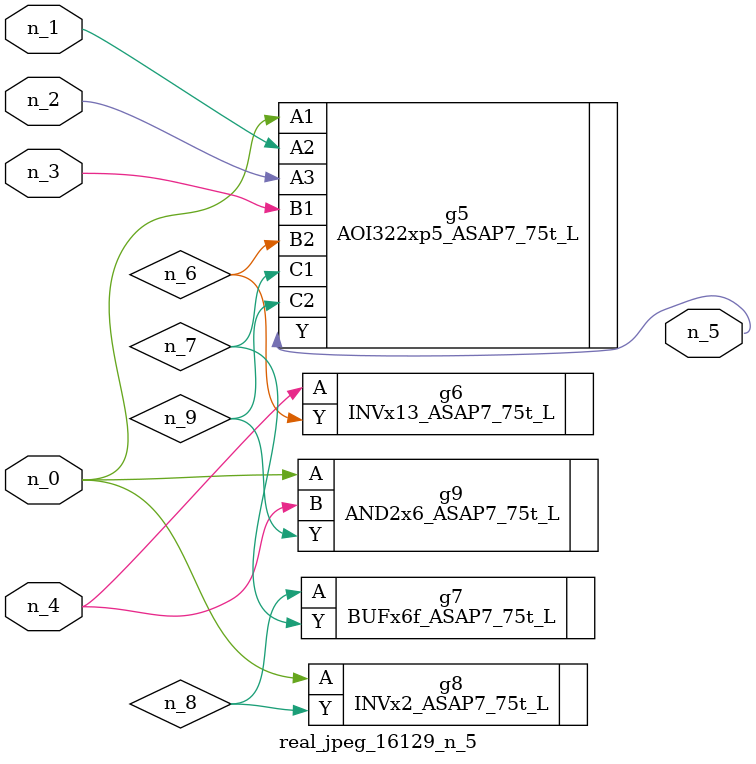
<source format=v>
module real_jpeg_16129_n_5 (n_4, n_0, n_1, n_2, n_3, n_5);

input n_4;
input n_0;
input n_1;
input n_2;
input n_3;

output n_5;

wire n_8;
wire n_6;
wire n_7;
wire n_9;

AOI322xp5_ASAP7_75t_L g5 ( 
.A1(n_0),
.A2(n_1),
.A3(n_2),
.B1(n_3),
.B2(n_6),
.C1(n_7),
.C2(n_9),
.Y(n_5)
);

INVx2_ASAP7_75t_L g8 ( 
.A(n_0),
.Y(n_8)
);

AND2x6_ASAP7_75t_L g9 ( 
.A(n_0),
.B(n_4),
.Y(n_9)
);

INVx13_ASAP7_75t_L g6 ( 
.A(n_4),
.Y(n_6)
);

BUFx6f_ASAP7_75t_L g7 ( 
.A(n_8),
.Y(n_7)
);


endmodule
</source>
